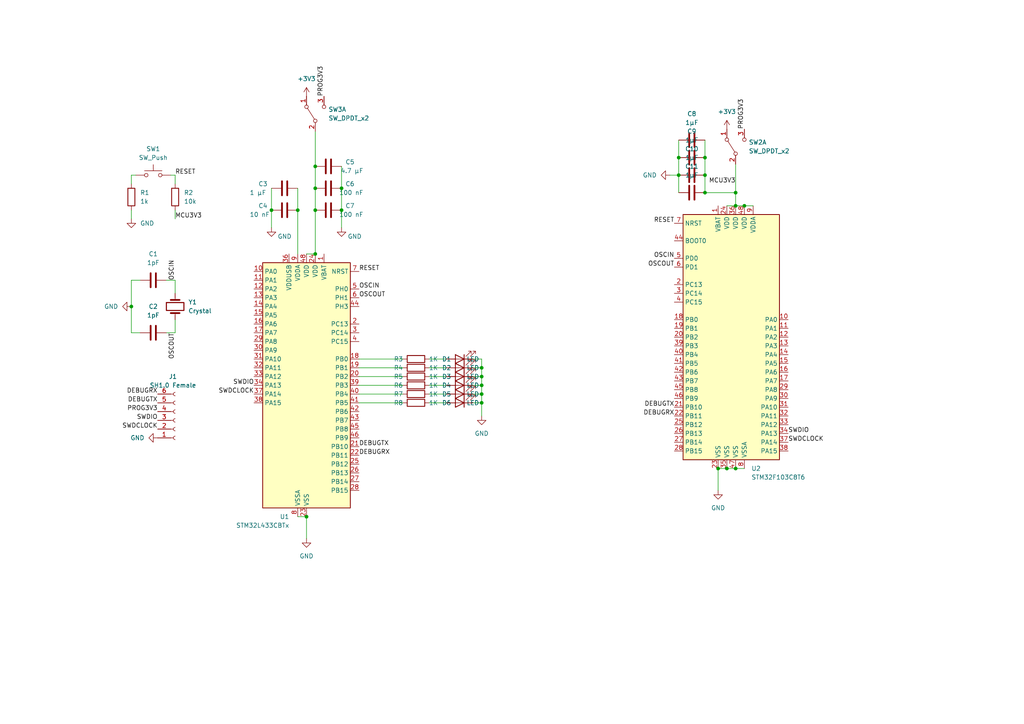
<source format=kicad_sch>
(kicad_sch (version 20230121) (generator eeschema)
  (paper "A4")
  (lib_symbols
    (symbol "Connector:Conn_01x06_Female" (pin_names (offset 1.016) hide)
      (property "Reference" "J" (at 0 7.62 0))
      (property "Value" "Conn_01x06_Female" (at 0 -10.16 0))
      (symbol "Conn_01x06_Female_1_1"
        (arc (start 0 -7.112) (mid -0.5058 -7.62) (end 0 -8.128) (stroke (width 0.1524)))
        (arc (start 0 -4.572) (mid -0.5058 -5.08) (end 0 -5.588) (stroke (width 0.1524)))
        (arc (start 0 -2.032) (mid -0.5058 -2.54) (end 0 -3.048) (stroke (width 0.1524)))
        (polyline (pts (xy -1.27 -7.62) (xy -0.508 -7.62)) (stroke (width 0.1524)))
        (polyline (pts (xy -1.27 -5.08) (xy -0.508 -5.08)) (stroke (width 0.1524)))
        (polyline (pts (xy -1.27 -2.54) (xy -0.508 -2.54)) (stroke (width 0.1524)))
        (polyline (pts (xy -1.27 0) (xy -0.508 0)) (stroke (width 0.1524)))
        (polyline (pts (xy -1.27 2.54) (xy -0.508 2.54)) (stroke (width 0.1524)))
        (polyline (pts (xy -1.27 5.08) (xy -0.508 5.08)) (stroke (width 0.1524)))
        (arc (start 0 0.508) (mid -0.5058 0) (end 0 -0.508) (stroke (width 0.1524)))
        (arc (start 0 3.048) (mid -0.5058 2.54) (end 0 2.032) (stroke (width 0.1524)))
        (arc (start 0 5.588) (mid -0.5058 5.08) (end 0 4.572) (stroke (width 0.1524)))
        (pin passive line (at -5.08 5.08 0) (length 3.81) (name "Pin_1") (number "1"))
        (pin passive line (at -5.08 2.54 0) (length 3.81) (name "Pin_2") (number "2"))
        (pin passive line (at -5.08 0 0) (length 3.81) (name "Pin_3") (number "3"))
        (pin passive line (at -5.08 -2.54 0) (length 3.81) (name "Pin_4") (number "4"))
        (pin passive line (at -5.08 -5.08 0) (length 3.81) (name "Pin_5") (number "5"))
        (pin passive line (at -5.08 -7.62 0) (length 3.81) (name "Pin_6") (number "6"))
      )
    )
    (symbol "Device:C" (pin_numbers hide) (pin_names (offset 0.254))
      (property "Reference" "C" (at 0.635 2.54 0))
      (property "Value" "C" (at 0.635 -2.54 0))
      (symbol "C_0_1"
        (polyline (pts (xy -2.032 -0.762) (xy 2.032 -0.762)) (stroke (width 0.508)))
        (polyline (pts (xy -2.032 0.762) (xy 2.032 0.762)) (stroke (width 0.508)))
      )
      (symbol "C_1_1"
        (pin passive line (at 0 3.81 270) (length 2.794) (name "~") (number "1"))
        (pin passive line (at 0 -3.81 90) (length 2.794) (name "~") (number "2"))
      )
    )
    (symbol "Device:Crystal" (pin_numbers hide) (pin_names (offset 1.016) hide)
      (property "Reference" "Y" (at 0 3.81 0))
      (property "Value" "Crystal" (at 0 -3.81 0))
      (symbol "Crystal_0_1"
        (rectangle (start -1.143 2.54) (end 1.143 -2.54) (stroke (width 0.3048)))
        (polyline (pts (xy -2.54 0) (xy -1.905 0)))
        (polyline (pts (xy -1.905 -1.27) (xy -1.905 1.27)) (stroke (width 0.508)))
        (polyline (pts (xy 1.905 -1.27) (xy 1.905 1.27)) (stroke (width 0.508)))
        (polyline (pts (xy 2.54 0) (xy 1.905 0)))
      )
      (symbol "Crystal_1_1"
        (pin passive line (at -3.81 0 0) (length 1.27) (name "1") (number "1"))
        (pin passive line (at 3.81 0 180) (length 1.27) (name "2") (number "2"))
      )
    )
    (symbol "Device:LED" (pin_numbers hide) (pin_names (offset 1.016) hide)
      (property "Reference" "D" (at 0 2.54 0))
      (property "Value" "LED" (at 0 -2.54 0))
      (symbol "LED_0_1"
        (polyline (pts (xy -1.27 -1.27) (xy -1.27 1.27)) (stroke (width 0.254)))
        (polyline (pts (xy -1.27 0) (xy 1.27 0)))
        (polyline (pts (xy 1.27 -1.27) (xy 1.27 1.27) (xy -1.27 0) (xy 1.27 -1.27)) (stroke (width 0.254)))
        (polyline (pts (xy -3.048 -0.762) (xy -4.572 -2.286) (xy -3.81 -2.286) (xy -4.572 -2.286) (xy -4.572 -1.524)))
        (polyline (pts (xy -1.778 -0.762) (xy -3.302 -2.286) (xy -2.54 -2.286) (xy -3.302 -2.286) (xy -3.302 -1.524)))
      )
      (symbol "LED_1_1"
        (pin passive line (at -3.81 0 0) (length 2.54) (name "K") (number "1"))
        (pin passive line (at 3.81 0 180) (length 2.54) (name "A") (number "2"))
      )
    )
    (symbol "Device:R" (pin_numbers hide) (pin_names (offset 0))
      (property "Reference" "R" (at 2.032 0 90))
      (property "Value" "R" (at 0 0 90))
      (symbol "R_0_1"
        (rectangle (start -1.016 -2.54) (end 1.016 2.54) (stroke (width 0.254)))
      )
      (symbol "R_1_1"
        (pin passive line (at 0 3.81 270) (length 1.27) (name "~") (number "1"))
        (pin passive line (at 0 -3.81 90) (length 1.27) (name "~") (number "2"))
      )
    )
    (symbol "GND_1" (power) (pin_names (offset 0))
      (property "Value" "GND_1" (at 0 -3.81 0))
      (symbol "GND_1_0_1"
        (polyline (pts (xy 0 0) (xy 0 -1.27) (xy 1.27 -1.27) (xy 0 -2.54) (xy -1.27 -1.27) (xy 0 -1.27)))
      )
      (symbol "GND_1_1_1"
        (pin power_in line (at 0 0 270) (length 0) hide (name "GND") (number "1"))
      )
    )
    (symbol "GND_2" (power) (pin_names (offset 0))
      (property "Value" "GND_2" (at 0 -3.81 0))
      (symbol "GND_2_0_1"
        (polyline (pts (xy 0 0) (xy 0 -1.27) (xy 1.27 -1.27) (xy 0 -2.54) (xy -1.27 -1.27) (xy 0 -1.27)))
      )
      (symbol "GND_2_1_1"
        (pin power_in line (at 0 0 270) (length 0) hide (name "GND") (number "1"))
      )
    )
    (symbol "GND_3" (power) (pin_names (offset 0))
      (property "Value" "GND_3" (at 0 -3.81 0))
      (symbol "GND_3_0_1"
        (polyline (pts (xy 0 0) (xy 0 -1.27) (xy 1.27 -1.27) (xy 0 -2.54) (xy -1.27 -1.27) (xy 0 -1.27)))
      )
      (symbol "GND_3_1_1"
        (pin power_in line (at 0 0 270) (length 0) hide (name "GND") (number "1"))
      )
    )
    (symbol "MCU_ST_STM32F1:STM32F103C8Tx"
      (property "Reference" "U" (at -15.24 36.83 0))
      (property "Value" "STM32F103C8Tx" (at 7.62 36.83 0))
      (symbol "STM32F103C8Tx_0_1"
        (rectangle (start -15.24 -35.56) (end 12.7 35.56) (stroke (width 0.254)) (fill (type background)))
      )
      (symbol "STM32F103C8Tx_1_1"
        (pin power_in line (at -5.08 38.1 270) (length 2.54) (name "VBAT") (number "1"))
        (pin bidirectional line (at 15.24 5.08 180) (length 2.54) (name "PA0") (number "10"))
        (pin bidirectional line (at 15.24 2.54 180) (length 2.54) (name "PA1") (number "11"))
        (pin bidirectional line (at 15.24 0 180) (length 2.54) (name "PA2") (number "12"))
        (pin bidirectional line (at 15.24 -2.54 180) (length 2.54) (name "PA3") (number "13"))
        (pin bidirectional line (at 15.24 -5.08 180) (length 2.54) (name "PA4") (number "14"))
        (pin bidirectional line (at 15.24 -7.62 180) (length 2.54) (name "PA5") (number "15"))
        (pin bidirectional line (at 15.24 -10.16 180) (length 2.54) (name "PA6") (number "16"))
        (pin bidirectional line (at 15.24 -12.7 180) (length 2.54) (name "PA7") (number "17"))
        (pin bidirectional line (at -17.78 5.08 0) (length 2.54) (name "PB0") (number "18"))
        (pin bidirectional line (at -17.78 2.54 0) (length 2.54) (name "PB1") (number "19"))
        (pin bidirectional line (at -17.78 15.24 0) (length 2.54) (name "PC13") (number "2"))
        (pin bidirectional line (at -17.78 0 0) (length 2.54) (name "PB2") (number "20"))
        (pin bidirectional line (at -17.78 -20.32 0) (length 2.54) (name "PB10") (number "21"))
        (pin bidirectional line (at -17.78 -22.86 0) (length 2.54) (name "PB11") (number "22"))
        (pin power_in line (at -5.08 -38.1 90) (length 2.54) (name "VSS") (number "23"))
        (pin power_in line (at -2.54 38.1 270) (length 2.54) (name "VDD") (number "24"))
        (pin bidirectional line (at -17.78 -25.4 0) (length 2.54) (name "PB12") (number "25"))
        (pin bidirectional line (at -17.78 -27.94 0) (length 2.54) (name "PB13") (number "26"))
        (pin bidirectional line (at -17.78 -30.48 0) (length 2.54) (name "PB14") (number "27"))
        (pin bidirectional line (at -17.78 -33.02 0) (length 2.54) (name "PB15") (number "28"))
        (pin bidirectional line (at 15.24 -15.24 180) (length 2.54) (name "PA8") (number "29"))
        (pin bidirectional line (at -17.78 12.7 0) (length 2.54) (name "PC14") (number "3"))
        (pin bidirectional line (at 15.24 -17.78 180) (length 2.54) (name "PA9") (number "30"))
        (pin bidirectional line (at 15.24 -20.32 180) (length 2.54) (name "PA10") (number "31"))
        (pin bidirectional line (at 15.24 -22.86 180) (length 2.54) (name "PA11") (number "32"))
        (pin bidirectional line (at 15.24 -25.4 180) (length 2.54) (name "PA12") (number "33"))
        (pin bidirectional line (at 15.24 -27.94 180) (length 2.54) (name "PA13") (number "34"))
        (pin power_in line (at -2.54 -38.1 90) (length 2.54) (name "VSS") (number "35"))
        (pin power_in line (at 0 38.1 270) (length 2.54) (name "VDD") (number "36"))
        (pin bidirectional line (at 15.24 -30.48 180) (length 2.54) (name "PA14") (number "37"))
        (pin bidirectional line (at 15.24 -33.02 180) (length 2.54) (name "PA15") (number "38"))
        (pin bidirectional line (at -17.78 -2.54 0) (length 2.54) (name "PB3") (number "39"))
        (pin bidirectional line (at -17.78 10.16 0) (length 2.54) (name "PC15") (number "4"))
        (pin bidirectional line (at -17.78 -5.08 0) (length 2.54) (name "PB4") (number "40"))
        (pin bidirectional line (at -17.78 -7.62 0) (length 2.54) (name "PB5") (number "41"))
        (pin bidirectional line (at -17.78 -10.16 0) (length 2.54) (name "PB6") (number "42"))
        (pin bidirectional line (at -17.78 -12.7 0) (length 2.54) (name "PB7") (number "43"))
        (pin input line (at -17.78 27.94 0) (length 2.54) (name "BOOT0") (number "44"))
        (pin bidirectional line (at -17.78 -15.24 0) (length 2.54) (name "PB8") (number "45"))
        (pin bidirectional line (at -17.78 -17.78 0) (length 2.54) (name "PB9") (number "46"))
        (pin power_in line (at 0 -38.1 90) (length 2.54) (name "VSS") (number "47"))
        (pin power_in line (at 2.54 38.1 270) (length 2.54) (name "VDD") (number "48"))
        (pin input line (at -17.78 22.86 0) (length 2.54) (name "PD0") (number "5"))
        (pin input line (at -17.78 20.32 0) (length 2.54) (name "PD1") (number "6"))
        (pin input line (at -17.78 33.02 0) (length 2.54) (name "NRST") (number "7"))
        (pin power_in line (at 2.54 -38.1 90) (length 2.54) (name "VSSA") (number "8"))
        (pin power_in line (at 5.08 38.1 270) (length 2.54) (name "VDDA") (number "9"))
      )
    )
    (symbol "MCU_ST_STM32L4:STM32L433CBTx"
      (property "Reference" "U" (at -12.7 36.83 0))
      (property "Value" "STM32L433CBTx" (at 7.62 36.83 0))
      (symbol "STM32L433CBTx_0_1"
        (rectangle (start -12.7 -35.56) (end 12.7 35.56) (stroke (width 0.254)) (fill (type background)))
      )
      (symbol "STM32L433CBTx_1_1"
        (pin power_in line (at -5.08 38.1 270) (length 2.54) (name "VBAT") (number "1"))
        (pin bidirectional line (at 15.24 33.02 180) (length 2.54) (name "PA0") (number "10"))
        (pin bidirectional line (at 15.24 30.48 180) (length 2.54) (name "PA1") (number "11"))
        (pin bidirectional line (at 15.24 27.94 180) (length 2.54) (name "PA2") (number "12"))
        (pin bidirectional line (at 15.24 25.4 180) (length 2.54) (name "PA3") (number "13"))
        (pin bidirectional line (at 15.24 22.86 180) (length 2.54) (name "PA4") (number "14"))
        (pin bidirectional line (at 15.24 20.32 180) (length 2.54) (name "PA5") (number "15"))
        (pin bidirectional line (at 15.24 17.78 180) (length 2.54) (name "PA6") (number "16"))
        (pin bidirectional line (at 15.24 15.24 180) (length 2.54) (name "PA7") (number "17"))
        (pin bidirectional line (at -15.24 7.62 0) (length 2.54) (name "PB0") (number "18"))
        (pin bidirectional line (at -15.24 5.08 0) (length 2.54) (name "PB1") (number "19"))
        (pin bidirectional line (at -15.24 17.78 0) (length 2.54) (name "PC13") (number "2"))
        (pin bidirectional line (at -15.24 2.54 0) (length 2.54) (name "PB2") (number "20"))
        (pin bidirectional line (at -15.24 -17.78 0) (length 2.54) (name "PB10") (number "21"))
        (pin bidirectional line (at -15.24 -20.32 0) (length 2.54) (name "PB11") (number "22"))
        (pin power_in line (at 0 -38.1 90) (length 2.54) (name "VSS") (number "23"))
        (pin power_in line (at -2.54 38.1 270) (length 2.54) (name "VDD") (number "24"))
        (pin bidirectional line (at -15.24 -22.86 0) (length 2.54) (name "PB12") (number "25"))
        (pin bidirectional line (at -15.24 -25.4 0) (length 2.54) (name "PB13") (number "26"))
        (pin bidirectional line (at -15.24 -27.94 0) (length 2.54) (name "PB14") (number "27"))
        (pin bidirectional line (at -15.24 -30.48 0) (length 2.54) (name "PB15") (number "28"))
        (pin bidirectional line (at 15.24 12.7 180) (length 2.54) (name "PA8") (number "29"))
        (pin bidirectional line (at -15.24 15.24 0) (length 2.54) (name "PC14") (number "3"))
        (pin bidirectional line (at 15.24 10.16 180) (length 2.54) (name "PA9") (number "30"))
        (pin bidirectional line (at 15.24 7.62 180) (length 2.54) (name "PA10") (number "31"))
        (pin bidirectional line (at 15.24 5.08 180) (length 2.54) (name "PA11") (number "32"))
        (pin bidirectional line (at 15.24 2.54 180) (length 2.54) (name "PA12") (number "33"))
        (pin bidirectional line (at 15.24 0 180) (length 2.54) (name "PA13") (number "34"))
        (pin passive line (at 0 -38.1 90) (length 2.54) hide (name "VSS") (number "35"))
        (pin power_in line (at 5.08 38.1 270) (length 2.54) (name "VDDUSB") (number "36"))
        (pin bidirectional line (at 15.24 -2.54 180) (length 2.54) (name "PA14") (number "37"))
        (pin bidirectional line (at 15.24 -5.08 180) (length 2.54) (name "PA15") (number "38"))
        (pin bidirectional line (at -15.24 0 0) (length 2.54) (name "PB3") (number "39"))
        (pin bidirectional line (at -15.24 12.7 0) (length 2.54) (name "PC15") (number "4"))
        (pin bidirectional line (at -15.24 -2.54 0) (length 2.54) (name "PB4") (number "40"))
        (pin bidirectional line (at -15.24 -5.08 0) (length 2.54) (name "PB5") (number "41"))
        (pin bidirectional line (at -15.24 -7.62 0) (length 2.54) (name "PB6") (number "42"))
        (pin bidirectional line (at -15.24 -10.16 0) (length 2.54) (name "PB7") (number "43"))
        (pin bidirectional line (at -15.24 22.86 0) (length 2.54) (name "PH3") (number "44"))
        (pin bidirectional line (at -15.24 -12.7 0) (length 2.54) (name "PB8") (number "45"))
        (pin bidirectional line (at -15.24 -15.24 0) (length 2.54) (name "PB9") (number "46"))
        (pin passive line (at 0 -38.1 90) (length 2.54) hide (name "VSS") (number "47"))
        (pin power_in line (at 0 38.1 270) (length 2.54) (name "VDD") (number "48"))
        (pin bidirectional line (at -15.24 27.94 0) (length 2.54) (name "PH0") (number "5"))
        (pin bidirectional line (at -15.24 25.4 0) (length 2.54) (name "PH1") (number "6"))
        (pin input line (at -15.24 33.02 0) (length 2.54) (name "NRST") (number "7"))
        (pin power_in line (at 2.54 -38.1 90) (length 2.54) (name "VSSA") (number "8"))
        (pin power_in line (at 2.54 38.1 270) (length 2.54) (name "VDDA") (number "9"))
      )
    )
    (symbol "Switch:SW_DPDT_x2" (pin_names (offset 0) hide)
      (property "Reference" "SW" (at 0 4.318 0))
      (property "Value" "SW_DPDT_x2" (at 0 -5.08 0))
      (symbol "SW_DPDT_x2_0_0"
        (circle (center -2.032 0) (radius 0.508))
        (circle (center 2.032 -2.54) (radius 0.508))
      )
      (symbol "SW_DPDT_x2_0_1"
        (polyline (pts (xy -1.524 0.254) (xy 1.651 2.286)))
        (circle (center 2.032 2.54) (radius 0.508))
      )
      (symbol "SW_DPDT_x2_1_1"
        (pin passive line (at 5.08 2.54 180) (length 2.54) (name "A") (number "1"))
        (pin passive line (at -5.08 0 0) (length 2.54) (name "B") (number "2"))
        (pin passive line (at 5.08 -2.54 180) (length 2.54) (name "C") (number "3"))
      )
      (symbol "SW_DPDT_x2_2_1"
        (pin passive line (at 5.08 2.54 180) (length 2.54) (name "A") (number "4"))
        (pin passive line (at -5.08 0 0) (length 2.54) (name "B") (number "5"))
        (pin passive line (at 5.08 -2.54 180) (length 2.54) (name "C") (number "6"))
      )
    )
    (symbol "Switch:SW_Push" (pin_numbers hide) (pin_names (offset 1.016) hide)
      (property "Reference" "SW" (at 1.27 2.54 0))
      (property "Value" "SW_Push" (at 0 -1.524 0))
      (symbol "SW_Push_0_1"
        (circle (center -2.032 0) (radius 0.508))
        (polyline (pts (xy 0 1.27) (xy 0 3.048)))
        (polyline (pts (xy 2.54 1.27) (xy -2.54 1.27)))
        (circle (center 2.032 0) (radius 0.508))
        (pin passive line (at -5.08 0 0) (length 2.54) (name "1") (number "1"))
        (pin passive line (at 5.08 0 180) (length 2.54) (name "2") (number "2"))
      )
    )
    (symbol "power:+3V3" (power) (pin_names (offset 0))
      (property "Value" "+3V3" (at 0 3.556 0))
      (symbol "+3V3_0_1"
        (polyline (pts (xy -0.762 1.27) (xy 0 2.54)))
        (polyline (pts (xy 0 0) (xy 0 2.54)))
        (polyline (pts (xy 0 2.54) (xy 0.762 1.27)))
      )
      (symbol "+3V3_1_1"
        (pin power_in line (at 0 0 90) (length 0) hide (name "+3V3") (number "1"))
      )
    )
    (symbol "power:GND" (power) (pin_names (offset 0))
      (property "Value" "GND" (at 0 -3.81 0))
      (symbol "GND_0_1"
        (polyline (pts (xy 0 0) (xy 0 -1.27) (xy 1.27 -1.27) (xy 0 -2.54) (xy -1.27 -1.27) (xy 0 -1.27)))
      )
      (symbol "GND_1_1"
        (pin power_in line (at 0 0 270) (length 0) hide (name "GND") (number "1"))
      )
    )
  )
  (junction (at 210.82 135.89))
  (junction (at 139.7 116.84))
  (junction (at 139.7 114.3))
  (junction (at 91.44 60.96))
  (junction (at 213.36 55.88))
  (junction (at 91.44 48.26))
  (junction (at 99.06 60.96))
  (junction (at 139.7 111.76))
  (junction (at 91.44 73.66))
  (junction (at 213.36 135.89))
  (junction (at 213.36 59.69))
  (junction (at 38.1 88.9))
  (junction (at 196.85 50.8))
  (junction (at 139.7 106.68))
  (junction (at 204.47 45.72))
  (junction (at 215.9 59.69))
  (junction (at 78.74 60.96))
  (junction (at 204.47 55.88))
  (junction (at 86.36 60.96))
  (junction (at 208.28 135.89))
  (junction (at 139.7 109.22))
  (junction (at 204.47 50.8))
  (junction (at 99.06 54.61))
  (junction (at 88.9 149.86))
  (junction (at 196.85 45.72))
  (junction (at 91.44 54.61))
  (wire (pts (xy 104.14 111.76) (xy 116.84 111.76)))
  (wire (pts (xy 213.36 135.89) (xy 215.9 135.89)))
  (wire (pts (xy 204.47 55.88) (xy 213.36 55.88)))
  (wire (pts (xy 99.06 54.61) (xy 99.06 60.96)))
  (wire (pts (xy 137.16 114.3) (xy 139.7 114.3)))
  (wire (pts (xy 204.47 40.64) (xy 204.47 45.72)))
  (wire (pts (xy 104.14 109.22) (xy 116.84 109.22)))
  (wire (pts (xy 78.74 60.96) (xy 78.74 66.04)))
  (wire (pts (xy 137.16 111.76) (xy 139.7 111.76)))
  (wire (pts (xy 210.82 135.89) (xy 213.36 135.89)))
  (wire (pts (xy 196.85 40.64) (xy 196.85 45.72)))
  (wire (pts (xy 139.7 111.76) (xy 139.7 114.3)))
  (wire (pts (xy 104.14 104.14) (xy 116.84 104.14)))
  (wire (pts (xy 91.44 48.26) (xy 91.44 54.61)))
  (wire (pts (xy 38.1 81.28) (xy 40.64 81.28)))
  (wire (pts (xy 38.1 50.8) (xy 38.1 53.34)))
  (wire (pts (xy 91.44 54.61) (xy 91.44 60.96)))
  (wire (pts (xy 124.46 104.14) (xy 129.54 104.14)))
  (wire (pts (xy 213.36 47.625) (xy 213.36 55.88)))
  (wire (pts (xy 137.16 106.68) (xy 139.7 106.68)))
  (wire (pts (xy 139.7 106.68) (xy 139.7 109.22)))
  (wire (pts (xy 48.26 81.28) (xy 50.8 81.28)))
  (wire (pts (xy 210.82 59.69) (xy 213.36 59.69)))
  (wire (pts (xy 38.1 88.9) (xy 38.1 96.52)))
  (wire (pts (xy 196.85 50.8) (xy 196.85 55.88)))
  (wire (pts (xy 213.36 59.69) (xy 215.9 59.69)))
  (wire (pts (xy 213.36 55.88) (xy 213.36 59.69)))
  (wire (pts (xy 139.7 109.22) (xy 137.16 109.22)))
  (wire (pts (xy 86.36 54.61) (xy 86.36 60.96)))
  (wire (pts (xy 91.44 38.1) (xy 91.44 48.26)))
  (wire (pts (xy 208.28 135.89) (xy 208.28 142.24)))
  (wire (pts (xy 99.06 48.26) (xy 99.06 54.61)))
  (wire (pts (xy 38.1 96.52) (xy 40.64 96.52)))
  (wire (pts (xy 208.28 135.89) (xy 210.82 135.89)))
  (wire (pts (xy 139.7 109.22) (xy 139.7 111.76)))
  (wire (pts (xy 50.8 50.8) (xy 49.53 50.8)))
  (wire (pts (xy 104.14 106.68) (xy 116.84 106.68)))
  (wire (pts (xy 124.46 111.76) (xy 129.54 111.76)))
  (wire (pts (xy 124.46 109.22) (xy 129.54 109.22)))
  (wire (pts (xy 91.44 60.96) (xy 91.44 73.66)))
  (wire (pts (xy 38.1 81.28) (xy 38.1 88.9)))
  (wire (pts (xy 88.9 149.86) (xy 86.36 149.86)))
  (wire (pts (xy 48.26 96.52) (xy 50.8 96.52)))
  (wire (pts (xy 78.74 54.61) (xy 78.74 60.96)))
  (wire (pts (xy 86.36 60.96) (xy 86.36 73.66)))
  (wire (pts (xy 50.8 50.8) (xy 50.8 53.34)))
  (wire (pts (xy 50.8 96.52) (xy 50.8 92.71)))
  (wire (pts (xy 196.85 45.72) (xy 196.85 50.8)))
  (wire (pts (xy 99.06 60.96) (xy 99.06 66.04)))
  (wire (pts (xy 194.31 50.8) (xy 196.85 50.8)))
  (wire (pts (xy 137.16 116.84) (xy 139.7 116.84)))
  (wire (pts (xy 50.8 60.96) (xy 50.8 63.5)))
  (wire (pts (xy 215.9 59.69) (xy 218.44 59.69)))
  (wire (pts (xy 204.47 50.8) (xy 204.47 55.88)))
  (wire (pts (xy 88.9 149.86) (xy 88.9 156.21)))
  (wire (pts (xy 50.8 81.28) (xy 50.8 85.09)))
  (wire (pts (xy 38.1 63.5) (xy 38.1 60.96)))
  (wire (pts (xy 104.14 114.3) (xy 116.84 114.3)))
  (wire (pts (xy 137.16 104.14) (xy 139.7 104.14)))
  (wire (pts (xy 91.44 73.66) (xy 88.9 73.66)))
  (wire (pts (xy 204.47 45.72) (xy 204.47 50.8)))
  (wire (pts (xy 124.46 116.84) (xy 129.54 116.84)))
  (wire (pts (xy 139.7 116.84) (xy 139.7 120.65)))
  (wire (pts (xy 139.7 114.3) (xy 139.7 116.84)))
  (wire (pts (xy 104.14 116.84) (xy 116.84 116.84)))
  (wire (pts (xy 124.46 106.68) (xy 129.54 106.68)))
  (wire (pts (xy 124.46 114.3) (xy 129.54 114.3)))
  (wire (pts (xy 39.37 50.8) (xy 38.1 50.8)))
  (wire (pts (xy 139.7 104.14) (xy 139.7 106.68)))
  (label "RESET" (at 195.58 64.77 180))
  (label "DEBUGRX" (at 195.58 120.65 180))
  (label "DEBUGTX" (at 195.58 118.11 180))
  (label "PROG3V3" (at 93.98 27.94 90))
  (label "PROG3V3" (at 45.72 119.38 180))
  (label "OSCIN" (at 50.8 81.28 90))
  (label "RESET" (at 104.14 78.74 0))
  (label "SWDIO" (at 73.66 111.76 180))
  (label "OSCOUT" (at 195.58 77.47 180))
  (label "PROG3V3" (at 215.9 37.465 90))
  (label "MCU3V3" (at 50.8 63.5 0))
  (label "OSCOUT" (at 50.8 96.52 270))
  (label "SWDIO" (at 45.72 121.92 180))
  (label "SWDCLOCK" (at 45.72 124.46 180))
  (label "SWDCLOCK" (at 73.66 114.3 180))
  (label "DEBUGRX" (at 104.14 132.08 0))
  (label "OSCIN" (at 195.58 74.93 180))
  (label "SWDIO" (at 228.6 125.73 0))
  (label "OSCIN" (at 104.14 83.82 0))
  (label "DEBUGTX" (at 104.14 129.54 0))
  (label "SWDCLOCK" (at 228.6 128.27 0))
  (label "DEBUGTX" (at 45.72 116.84 180))
  (label "MCU3V3" (at 213.36 53.34 180))
  (label "RESET" (at 50.8 50.8 0))
  (label "OSCOUT" (at 104.14 86.36 0))
  (label "DEBUGRX" (at 45.72 114.3 180))
  (symbol (lib_id "power:GND") (at 194.31 50.8 270) (unit 1)
    (property "Reference" "#PWR08" (effects hide))
    (property "Value" "GND" (at 190.5 50.7999 90) (effects (justify right)))
  )
  (symbol (lib_id "Device:C") (at 200.66 50.8 90) (unit 1)
    (property "Reference" "C10" (at 200.66 43.18 90))
    (property "Value" "1μF" (at 200.66 45.72 90))
    (property "Footprint" "Capacitor_SMD:C_0603_1608Metric" (effects hide))
  )
  (symbol (lib_id "Device:LED") (at 133.35 104.14 180) (unit 1)
    (property "Reference" "D1" (at 129.54 104.14 0))
    (property "Value" "LED" (at 137.16 104.14 0))
  )
  (symbol (lib_id "Device:C") (at 200.66 40.64 90) (unit 1)
    (property "Reference" "C8" (at 200.66 33.02 90))
    (property "Value" "1μF" (at 200.66 35.56 90))
    (property "Footprint" "Capacitor_SMD:C_0603_1608Metric" (effects hide))
  )
  (symbol (lib_id "Device:LED") (at 133.35 106.68 180) (unit 1)
    (property "Reference" "D2" (at 129.54 106.68 0))
    (property "Value" "LED" (at 137.16 106.68 0))
  )
  (symbol (lib_id "MCU_ST_STM32L4:STM32L433CBTx") (at 88.9 111.76 0) (mirror y) (unit 1)
    (property "Reference" "U1" (at 83.9135 149.86 0) (effects (justify left)))
    (property "Value" "STM32L433CBTx" (at 83.9135 152.4 0) (effects (justify left)))
    (property "Footprint" "Package_QFP:LQFP-48_7x7mm_P0.5mm" (effects hide))
    (property "Datasheet" "https://www.st.com/resource/en/datasheet/stm32l433cb.pdf" (effects hide))
  )
  (symbol (lib_id "power:+3V3") (at 210.82 37.465 0) (unit 1)
    (property "Reference" "#PWR010" (effects hide))
    (property "Value" "+3V3" (at 210.82 32.385 0))
  )
  (symbol (lib_id "Device:R") (at 120.65 116.84 90) (unit 1)
    (property "Reference" "R8" (at 115.57 116.84 90))
    (property "Value" "1K" (at 125.73 116.84 90))
  )
  (symbol (lib_id "power:+3V3") (at 88.9 27.94 0) (unit 1)
    (property "Reference" "#PWR011" (effects hide))
    (property "Value" "+3V3" (at 88.9 22.86 0))
  )
  (symbol (lib_id "Device:C") (at 82.55 60.96 270) (mirror x) (unit 1)
    (property "Reference" "C4" (at 74.93 59.69 90) (effects (justify left)))
    (property "Value" "10 nF" (at 72.39 62.23 90) (effects (justify left)))
  )
  (symbol (lib_id "Device:R") (at 120.65 111.76 90) (unit 1)
    (property "Reference" "R6" (at 115.57 111.76 90))
    (property "Value" "1K" (at 125.73 111.76 90))
  )
  (symbol (lib_id "Device:C") (at 44.45 81.28 90) (unit 1)
    (property "Reference" "C1" (at 44.45 73.66 90))
    (property "Value" "1pF" (at 44.45 76.2 90))
    (property "Footprint" "Capacitor_SMD:C_0603_1608Metric" (effects hide))
  )
  (symbol (lib_id "power:GND") (at 38.1 88.9 270) (unit 1)
    (property "Reference" "#PWR02" (effects hide))
    (property "Value" "GND" (at 34.29 88.8999 90) (effects (justify right)))
  )
  (symbol (lib_id "Device:LED") (at 133.35 116.84 180) (unit 1)
    (property "Reference" "D6" (at 129.54 116.84 0))
    (property "Value" "LED" (at 137.16 116.84 0))
  )
  (symbol (lib_id "Device:R") (at 120.65 104.14 90) (unit 1)
    (property "Reference" "R3" (at 115.57 104.14 90))
    (property "Value" "1K" (at 125.73 104.14 90))
  )
  (symbol (lib_name "GND_2") (lib_id "power:GND") (at 88.9 156.21 0) (mirror y) (unit 1)
    (property "Reference" "#PWR05" (effects hide))
    (property "Value" "GND" (at 88.9 161.29 0))
  )
  (symbol (lib_name "GND_3") (lib_id "power:GND") (at 139.7 120.65 0) (unit 1)
    (property "Reference" "#PWR07" (effects hide))
    (property "Value" "GND" (at 139.7 125.73 0))
  )
  (symbol (lib_id "Device:C") (at 95.25 54.61 90) (unit 1)
    (property "Reference" "C6" (at 102.87 53.34 90) (effects (justify left)))
    (property "Value" "100 nF" (at 105.41 55.88 90) (effects (justify left)))
  )
  (symbol (lib_id "Connector:Conn_01x06_Female") (at 50.8 121.92 0) (mirror x) (unit 1)
    (property "Reference" "J1" (at 50.165 109.22 0))
    (property "Value" "SH1.0 Female" (at 50.165 111.76 0))
    (property "Footprint" "Connector_JST:JST_SH_BM06B-SRSS-TB_1x06-1MP_P1.00mm_Vertical" (effects hide))
  )
  (symbol (lib_id "Device:R") (at 120.65 114.3 90) (unit 1)
    (property "Reference" "R7" (at 115.57 114.3 90))
    (property "Value" "1K" (at 125.73 114.3 90))
  )
  (symbol (lib_id "Device:C") (at 44.45 96.52 90) (unit 1)
    (property "Reference" "C2" (at 44.45 88.9 90))
    (property "Value" "1pF" (at 44.45 91.44 90))
    (property "Footprint" "Capacitor_SMD:C_0603_1608Metric" (effects hide))
  )
  (symbol (lib_id "Device:R") (at 38.1 57.15 180) (unit 1)
    (property "Reference" "R1" (at 40.64 55.88 0) (effects (justify right)))
    (property "Value" "1k" (at 40.64 58.42 0) (effects (justify right)))
    (property "Footprint" "Resistor_SMD:R_0603_1608Metric" (effects hide))
  )
  (symbol (lib_id "Device:C") (at 200.66 55.88 90) (unit 1)
    (property "Reference" "C11" (at 200.66 48.26 90))
    (property "Value" "1μF" (at 200.66 50.8 90))
    (property "Footprint" "Capacitor_SMD:C_0603_1608Metric" (effects hide))
  )
  (symbol (lib_name "GND_1") (lib_id "power:GND") (at 78.74 66.04 0) (unit 1)
    (property "Reference" "#PWR04" (effects hide))
    (property "Value" "GND" (at 82.55 68.58 0))
  )
  (symbol (lib_name "GND_1") (lib_id "power:GND") (at 99.06 66.04 0) (unit 1)
    (property "Reference" "#PWR06" (effects hide))
    (property "Value" "GND" (at 102.87 68.58 0))
  )
  (symbol (lib_id "power:GND") (at 208.28 142.24 0) (unit 1)
    (property "Reference" "#PWR09" (effects hide))
    (property "Value" "GND" (at 208.28 147.32 0))
  )
  (symbol (lib_id "Device:LED") (at 133.35 109.22 180) (unit 1)
    (property "Reference" "D3" (at 129.54 109.22 0))
    (property "Value" "LED" (at 137.16 109.22 0))
  )
  (symbol (lib_id "Device:C") (at 95.25 60.96 90) (unit 1)
    (property "Reference" "C7" (at 102.87 59.69 90) (effects (justify left)))
    (property "Value" "100 nF" (at 105.41 62.23 90) (effects (justify left)))
  )
  (symbol (lib_id "Device:C") (at 82.55 54.61 270) (mirror x) (unit 1)
    (property "Reference" "C3" (at 74.93 53.34 90) (effects (justify left)))
    (property "Value" "1 µF" (at 72.39 55.88 90) (effects (justify left)))
  )
  (symbol (lib_id "power:GND") (at 45.72 127 270) (mirror x) (unit 1)
    (property "Reference" "#PWR03" (effects hide))
    (property "Value" "GND" (at 41.91 126.9999 90) (effects (justify right)))
  )
  (symbol (lib_id "Device:R") (at 120.65 106.68 90) (unit 1)
    (property "Reference" "R4" (at 115.57 106.68 90))
    (property "Value" "1K" (at 125.73 106.68 90))
  )
  (symbol (lib_id "Switch:SW_DPDT_x2") (at 91.44 33.02 90) (unit 1)
    (property "Reference" "SW3" (at 95.25 31.7499 90) (effects (justify right)))
    (property "Value" "SW_DPDT_x2" (at 95.25 34.2899 90) (effects (justify right)))
    (property "Footprint" "Switches:SWITCH_SPDT_PTH_11.6X4.0MM_LOCK" (effects hide))
  )
  (symbol (lib_id "Device:R") (at 50.8 57.15 180) (unit 1)
    (property "Reference" "R2" (at 53.34 55.88 0) (effects (justify right)))
    (property "Value" "10k" (at 53.34 58.42 0) (effects (justify right)))
    (property "Footprint" "Resistor_SMD:R_0603_1608Metric" (effects hide))
  )
  (symbol (lib_id "MCU_ST_STM32F1:STM32F103C8Tx") (at 213.36 97.79 0) (unit 1)
    (property "Reference" "U2" (at 217.9194 135.89 0) (effects (justify left)))
    (property "Value" "STM32F103C8T6" (at 217.9194 138.43 0) (effects (justify left)))
    (property "Footprint" "Package_QFP:LQFP-48_7x7mm_P0.5mm" (effects hide))
    (property "Datasheet" "http://www.st.com/st-web-ui/static/active/en/resource/technical/document/datasheet/CD00161566.pdf" (effects hide))
  )
  (symbol (lib_id "power:GND") (at 38.1 63.5 0) (unit 1)
    (property "Reference" "#PWR01" (effects hide))
    (property "Value" "GND" (at 40.64 64.77 0) (effects (justify left)))
  )
  (symbol (lib_id "Device:C") (at 95.25 48.26 90) (unit 1)
    (property "Reference" "C5" (at 102.87 46.99 90) (effects (justify left)))
    (property "Value" "4.7 µF" (at 105.41 49.53 90) (effects (justify left)))
  )
  (symbol (lib_id "Device:LED") (at 133.35 111.76 180) (unit 1)
    (property "Reference" "D4" (at 129.54 111.76 0))
    (property "Value" "LED" (at 137.16 111.76 0))
  )
  (symbol (lib_id "Switch:SW_DPDT_x2") (at 213.36 42.545 90) (unit 1)
    (property "Reference" "SW2" (at 217.17 41.2749 90) (effects (justify right)))
    (property "Value" "SW_DPDT_x2" (at 217.17 43.8149 90) (effects (justify right)))
    (property "Footprint" "Switches:SWITCH_SPDT_PTH_11.6X4.0MM_LOCK" (effects hide))
  )
  (symbol (lib_id "Switch:SW_Push") (at 44.45 50.8 0) (unit 1)
    (property "Reference" "SW1" (at 44.45 43.18 0))
    (property "Value" "SW_Push" (at 44.45 45.72 0))
    (property "Footprint" "Button_Switch_SMD:SW_Push_SPST_NO_Alps_SKRK" (effects hide))
  )
  (symbol (lib_id "Device:LED") (at 133.35 114.3 180) (unit 1)
    (property "Reference" "D5" (at 129.54 114.3 0))
    (property "Value" "LED" (at 137.16 114.3 0))
  )
  (symbol (lib_id "Device:Crystal") (at 50.8 88.9 90) (unit 1)
    (property "Reference" "Y1" (at 54.61 87.6299 90) (effects (justify right)))
    (property "Value" "Crystal" (at 54.61 90.1699 90) (effects (justify right)))
    (property "Footprint" "Crystal:Crystal_SMD_5032-2Pin_5.0x3.2mm" (effects hide))
  )
  (symbol (lib_id "Device:C") (at 200.66 45.72 90) (unit 1)
    (property "Reference" "C9" (at 200.66 38.1 90))
    (property "Value" "1μF" (at 200.66 40.64 90))
    (property "Footprint" "Capacitor_SMD:C_0603_1608Metric" (effects hide))
  )
  (symbol (lib_id "Device:R") (at 120.65 109.22 90) (unit 1)
    (property "Reference" "R5" (at 115.57 109.22 90))
    (property "Value" "1K" (at 125.73 109.22 90))
  )
)
</source>
